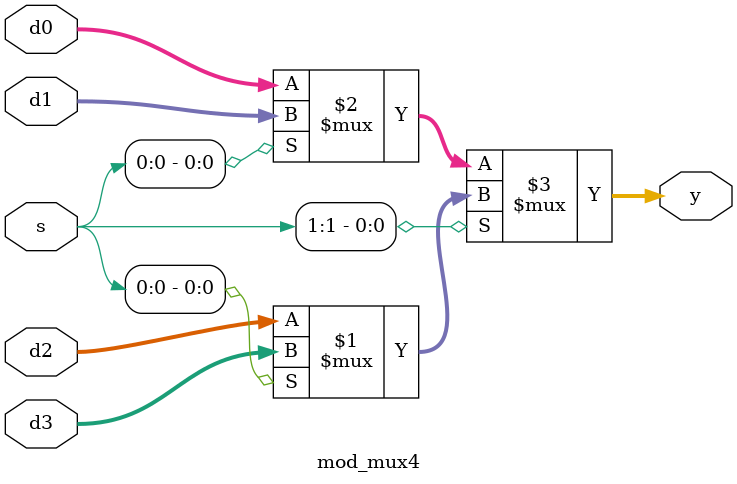
<source format=sv>
module mod_mux4 #(parameter width = 4)(input logic [width-1:0] d0, d1, d2, d3,
    input logic [1:0] s,
    output logic [3:0] y);

    assign y = s[1] ? (s[0] ? d3 : d2)
    : (s[0] ? d1 : d0);
endmodule
</source>
